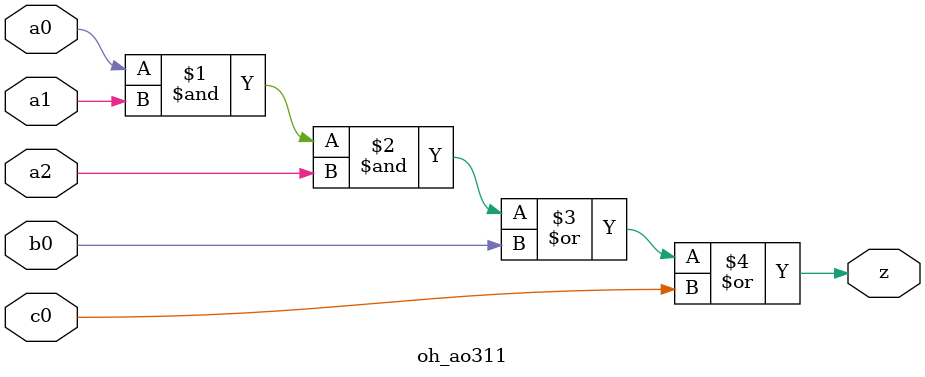
<source format=v>

module oh_ao311 #(parameter DW = 1 ) // array width
   (
    input [DW-1:0]  a0,
    input [DW-1:0]  a1,
    input [DW-1:0]  a2,
    input [DW-1:0]  b0,
    input [DW-1:0]  c0, 
    output [DW-1:0] z
    );
   
   assign z = (a0 & a1 & a2) | b0 | c0;
   
endmodule

</source>
